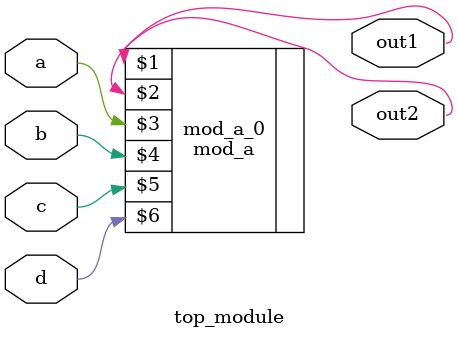
<source format=v>
module top_module (
    input a,
    input b,
    input c,
    input d,
    output out1,
    output out2
);
    mod_a mod_a_0 (out1, out2, a, b, c, d);
endmodule

</source>
